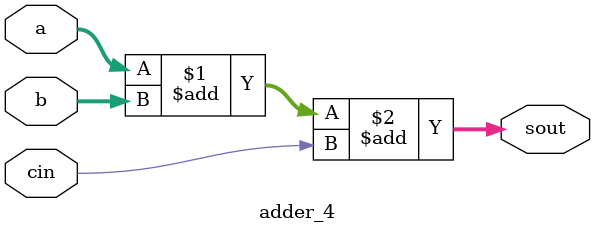
<source format=v>
module adder_4 (a, b, cin, sout);
	input [15:0] a, b;
	input cin; 
	output [16:0] sout;

	assign sout = a + b + cin;

endmodule

</source>
